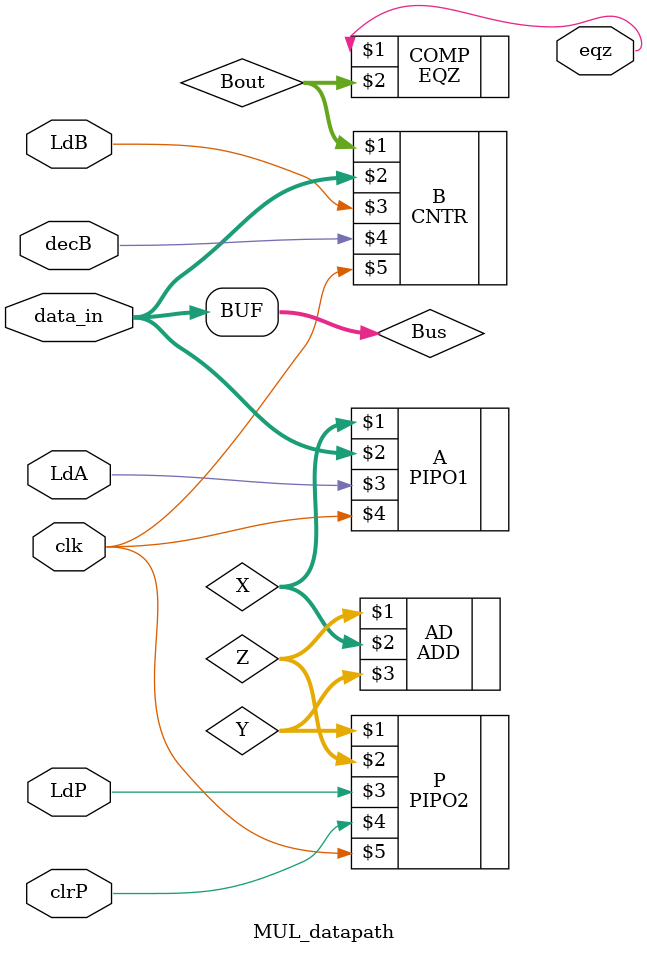
<source format=v>
module MUL_datapath (eqz, LdA, LdB, LdP, clrP,decB, data_in, clk);
  input LdA, LdB, LdP, clrP, decB, clk;
  input [15:0] data_in;
  output eqz;
  wire [15:0] X, Y, Z, Bout, Bus;
  assign Bus = data_in;
  PIPO1 A (X, Bus, LdA, clk);
  PIPO2 P (Y, Z, LdP, clrP, clk);
  CNTR  B (Bout, Bus, LdB, decB, clk);
  ADD  AD (Z, X, Y);
  EQZ COMP (eqz, Bout);
endmodule

</source>
